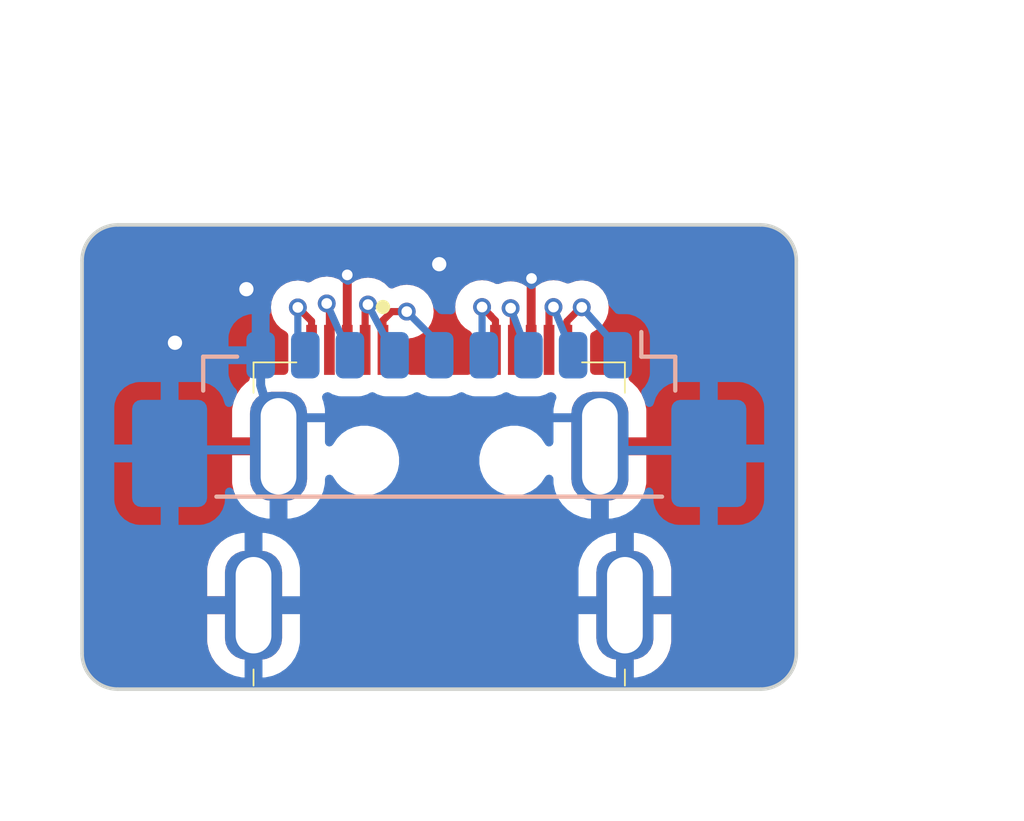
<source format=kicad_pcb>
(kicad_pcb (version 20240108) (generator "pcbnew") (generator_version "8.0")
  (layers (0 "F.Cu" signal) (31 "B.Cu" signal) (34 "B.Paste" user) (35 "F.Paste" user) (36 "B.SilkS" user "B.Silkscreen") (37 "F.SilkS" user "F.Silkscreen") (38 "B.Mask" user) (39 "F.Mask" user) (44 "Edge.Cuts" user))
  (net 0 "")
  (net 1 "GND")
  (net 2 "/DB-")
  (net 3 "/DB+")
  (net 4 "/DD-")
  (net 5 "/DC-")
  (net 6 "/DA+")
  (net 7 "/DC+")
  (net 8 "/DD+")
  (net 9 "/DA-")
  (footprint "0web_footprints:Connector_Harting_09452812561_ix_Industrial_Ethernet" (layer "F.Cu") (at 60 70)
    (property "Reference" "J1" (hide yes))
    (property "Value" "ix Industrial Ethernet Socket" (hide yes))
    (fp_line (start -5.2 -9.15) (end -4 -9.15) (stroke (width 0.05)) (layer "F.SilkS"))
    (fp_line (start -5.2 -8.3) (end -5.2 -9.15) (stroke (width 0.05)) (layer "F.SilkS"))
    (fp_line (start -5.2 -0.55) (end -5.2 -0.1) (stroke (width 0.05)) (layer "F.SilkS"))
    (fp_line (start -1.675 -10.7) (end -1.675 -10.7) (stroke (width 0.2)) (layer "F.SilkS"))
    (fp_line (start -1.475 -10.7) (end -1.475 -10.7) (stroke (width 0.2)) (layer "F.SilkS"))
    (fp_line (start 4 -9.15) (end 5.2 -9.15) (stroke (width 0.05)) (layer "F.SilkS"))
    (fp_line (start 5.2 -9.15) (end 5.2 -8.3) (stroke (width 0.05)) (layer "F.SilkS"))
    (fp_line (start 5.2 -0.1) (end 5.2 -0.55) (stroke (width 0.05)) (layer "F.SilkS"))
    (fp_arc (start -1.675 -10.7) (mid -1.575 -10.8) (end -1.475 -10.7) (stroke (width 0.2)) (layer "F.SilkS"))
    (fp_arc (start -1.475 -10.7) (mid -1.575 -10.6) (end -1.675 -10.7) (stroke (width 0.2)) (layer "F.SilkS"))
    (pad "" np_thru_hole circle (at -2.1 -6.4) (size 1.45 1.45) (drill 1.45) (layers "*.Cu" "*.Mask"))
    (pad "" np_thru_hole circle (at 2.1 -6.4) (size 1.45 1.45) (drill 1.45) (layers "*.Cu" "*.Mask"))
    (pad "1" smd rect (at -1.575 -9.5) (size 0.3 1.4) (layers "F.Cu" "F.Paste" "F.Mask") (net 6 "/DA+"))
    (pad "2" smd rect (at -2.075 -9.5) (size 0.3 1.4) (layers "F.Cu" "F.Paste" "F.Mask") (net 9 "/DA-"))
    (pad "3" smd rect (at -2.575 -9.5) (size 0.3 1.4) (layers "F.Cu" "F.Paste" "F.Mask") (net 1 "GND"))
    (pad "4" smd rect (at -3.075 -9.5) (size 0.3 1.4) (layers "F.Cu" "F.Paste" "F.Mask") (net 7 "/DC+"))
    (pad "5" smd rect (at -3.575 -9.5) (size 0.3 1.4) (layers "F.Cu" "F.Paste" "F.Mask") (net 5 "/DC-"))
    (pad "6" smd rect (at 1.575 -9.5) (size 0.3 1.4) (layers "F.Cu" "F.Paste" "F.Mask") (net 3 "/DB+"))
    (pad "7" smd rect (at 2.075 -9.5) (size 0.3 1.4) (layers "F.Cu" "F.Paste" "F.Mask") (net 2 "/DB-"))
    (pad "8" smd rect (at 2.575 -9.5) (size 0.3 1.4) (layers "F.Cu" "F.Paste" "F.Mask") (net 1 "GND"))
    (pad "9" smd rect (at 3.075 -9.5) (size 0.3 1.4) (layers "F.Cu" "F.Paste" "F.Mask") (net 8 "/DD+"))
    (pad "10" smd rect (at 3.575 -9.5) (size 0.3 1.4) (layers "F.Cu" "F.Paste" "F.Mask") (net 4 "/DD-"))
    (pad "11" thru_hole roundrect (at -5.2 -2.35) (size 1.6 3.05) (drill oval 1 2.7) (layers "*.Cu" "*.Mask") (roundrect_rratio 0.375) (net 1 "GND"))
    (pad "11" thru_hole roundrect (at -4.5 -6.8) (size 1.6 3.05) (drill oval 1 2.7) (layers "*.Cu" "*.Mask") (roundrect_rratio 0.375) (net 1 "GND"))
    (pad "11" thru_hole roundrect (at 4.5 -6.8) (size 1.6 3.05) (drill oval 1 2.7) (layers "*.Cu" "*.Mask") (roundrect_rratio 0.375) (net 1 "GND"))
    (pad "11" thru_hole roundrect (at 5.2 -2.35) (size 1.6 3.05) (drill oval 1 2.7) (layers "*.Cu" "*.Mask") (roundrect_rratio 0.375) (net 1 "GND"))
    (zone (net 0) (net_name "") (layers "F.Cu" "Dwgs.User") (connect_pads (clearance 0)) (min_thickness 0.25)
      (keepout (tracks not_allowed) (vias not_allowed) (pads allowed) (copperpour not_allowed) (footprints allowed))
      (fill (thermal_gap 0.5) (thermal_bridge_width 0.5))
      (polygon (pts (xy 65.3 63.9) (xy 63.8 63.9) (xy 63.8 62.4) (xy 65.3 62.4) (xy 65.3 61.2) (xy 54.7 61.2) (xy 54.7 62.3) (xy 56.1 62.3) (xy 56.1 64.1) (xy 54.7 64.1) (xy 54.7 64.8) (xy 54 64.8) (xy 54 66.8) (xy 55.4 66.8) (xy 55.4 68.5) (xy 54 68.5) (xy 54 70) (xy 66 70) (xy 66 68.4) (xy 64.5 68.4) (xy 64.5 66.8) (xy 66 66.8) (xy 66 64.8) (xy 65.3 64.8)))
    )
  )
  (footprint "Connector_Molex:Molex_PicoBlade_53398-0971_1x09-1MP_P1.25mm_Vertical" (layer "B.Cu") (at 60 61.9 180)
    (property "Reference" "J2" (hide yes))
    (property "Value" "Molex PicoBlade")
    (fp_line (start 6.61 1.21) (end 6.61 0.26) (stroke (width 0.12)) (layer "B.SilkS"))
    (fp_line (start 6.24 -2.71) (end -6.24 -2.71) (stroke (width 0.12)) (layer "B.SilkS"))
    (fp_line (start 5.66 1.21) (end 6.61 1.21) (stroke (width 0.12)) (layer "B.SilkS"))
    (fp_line (start -5.66 1.9) (end -5.66 1.21) (stroke (width 0.12)) (layer "B.SilkS"))
    (fp_line (start -5.66 1.21) (end -6.61 1.21) (stroke (width 0.12)) (layer "B.SilkS"))
    (fp_line (start -6.61 1.21) (end -6.61 0.26) (stroke (width 0.12)) (layer "B.SilkS"))
    (pad "1" smd roundrect (at -5 1.25 180) (size 0.8 1.3) (layers "B.Cu" "B.Paste" "B.Mask") (net 4 "/DD-"))
    (pad "2" smd roundrect (at -3.75 1.25 180) (size 0.8 1.3) (layers "B.Cu" "B.Paste" "B.Mask") (net 8 "/DD+"))
    (pad "3" smd roundrect (at -2.5 1.25 180) (size 0.8 1.3) (layers "B.Cu" "B.Paste" "B.Mask") (net 2 "/DB-"))
    (pad "4" smd roundrect (at -1.25 1.25 180) (size 0.8 1.3) (layers "B.Cu" "B.Paste" "B.Mask") (net 3 "/DB+"))
    (pad "5" smd roundrect (at 0 1.25 180) (size 0.8 1.3) (layers "B.Cu" "B.Paste" "B.Mask") (net 6 "/DA+"))
    (pad "6" smd roundrect (at 1.25 1.25 180) (size 0.8 1.3) (layers "B.Cu" "B.Paste" "B.Mask") (net 9 "/DA-"))
    (pad "7" smd roundrect (at 2.5 1.25 180) (size 0.8 1.3) (layers "B.Cu" "B.Paste" "B.Mask") (net 7 "/DC+"))
    (pad "8" smd roundrect (at 3.75 1.25 180) (size 0.8 1.3) (layers "B.Cu" "B.Paste" "B.Mask") (net 5 "/DC-"))
    (pad "9" smd roundrect (at 5 1.25 180) (size 0.8 1.3) (layers "B.Cu" "B.Paste" "B.Mask") (net 1 "GND"))
    (pad "MP" smd roundrect (at -7.55 -1.5 180) (size 2.1 3) (layers "B.Cu" "B.Paste" "B.Mask") (roundrect_rratio 0.1190480952) (net 1 "GND"))
    (pad "MP" smd roundrect (at 7.55 -1.5 180) (size 2.1 3) (layers "B.Cu" "B.Paste" "B.Mask") (roundrect_rratio 0.1190480952) (net 1 "GND"))
  )
  (gr_arc (start 50 58) (mid 50.292893 57.292893) (end 51 57) (stroke (width 0.1)) (layer "Edge.Cuts"))
  (gr_line (start 69 70) (end 51 70) (stroke (width 0.1)) (layer "Edge.Cuts"))
  (gr_line (start 51 57) (end 69 57) (stroke (width 0.1)) (layer "Edge.Cuts"))
  (gr_arc (start 51 70) (mid 50.292893 69.707107) (end 50 69) (stroke (width 0.1)) (layer "Edge.Cuts"))
  (gr_arc (start 70 69) (mid 69.707107 69.707107) (end 69 70) (stroke (width 0.1)) (layer "Edge.Cuts"))
  (gr_line (start 50 69) (end 50 58) (stroke (width 0.1)) (layer "Edge.Cuts"))
  (gr_arc (start 69 57) (mid 69.707107 57.292893) (end 70 58) (stroke (width 0.1)) (layer "Edge.Cuts"))
  (gr_line (start 70 58) (end 70 69) (stroke (width 0.1)) (layer "Edge.Cuts"))
  (segment (start 62.575 58.510106) (end 62.575 60.5) (width 0.25) (layer "F.Cu") (net 1))
  (segment (start 57.425 60.5) (end 57.45 60.475) (width 0.25) (layer "F.Cu") (net 1))
  (segment (start 57.45 60.475) (end 57.45 60.3) (width 0.25) (layer "F.Cu") (net 1))
  (segment (start 62.585106 58.5) (end 62.575 58.510106) (width 0.25) (layer "F.Cu") (net 1))
  (segment (start 57.425 58.4) (end 57.425 60.5) (width 0.25) (layer "F.Cu") (net 1))
  (via (at 62.585106 58.5) (size 0.5) (drill 0.3) (layers "F.Cu" "B.Cu") (net 1))
  (via (at 57.425 58.4) (size 0.5) (drill 0.3) (layers "F.Cu" "B.Cu") (net 1))
  (via (at 60 58.1) (size 0.8) (drill 0.4) (layers "F.Cu" "B.Cu") (net 1))
  (via (at 54.6 58.8) (size 0.8) (drill 0.4) (layers "F.Cu" "B.Cu") (net 1))
  (via (at 52.6 60.3) (size 0.8) (drill 0.4) (layers "F.Cu" "B.Cu") (net 1))
  (segment (start 54.999873 61.491052) (end 55.5 63.2) (width 0.25) (layer "B.Cu") (net 1))
  (segment (start 64.615811 63.315811) (end 64.5 63.2) (width 0.25) (layer "B.Cu") (net 1))
  (segment (start 55 60.65) (end 54.999873 61.491052) (width 0.25) (layer "B.Cu") (net 1))
  (segment (start 67.465811 63.315811) (end 64.615811 63.315811) (width 0.25) (layer "B.Cu") (net 1))
  (segment (start 55.7 62.4) (end 64.3 62.4) (width 0.25) (layer "B.Cu") (net 1))
  (segment (start 67.55 63.4) (end 67.465811 63.315811) (width 0.25) (layer "B.Cu") (net 1))
  (segment (start 55.5 63.2) (end 55.5 62.6) (width 0.25) (layer "B.Cu") (net 1))
  (segment (start 52.55 63.3) (end 52.45 63.4) (width 0.25) (layer "B.Cu") (net 1))
  (segment (start 55.4 63.3) (end 52.55 63.3) (width 0.25) (layer "B.Cu") (net 1))
  (segment (start 55.5 63.2) (end 55.4 63.3) (width 0.25) (layer "B.Cu") (net 1))
  (segment (start 64.5 63.2) (end 64.5 62.6) (width 0.25) (layer "B.Cu") (net 1))
  (segment (start 64.5 62.6) (end 64.3 62.4) (width 0.25) (layer "B.Cu") (net 1))
  (segment (start 55.5 62.6) (end 55.7 62.4) (width 0.25) (layer "B.Cu") (net 1))
  (segment (start 62.075 59.406023) (end 62.075 60.5) (width 0.2) (layer "F.Cu") (net 2))
  (segment (start 62 59.331023) (end 62.075 59.406023) (width 0.2) (layer "F.Cu") (net 2))
  (via (at 62 59.331023) (size 0.5) (drill 0.3) (layers "F.Cu" "B.Cu") (net 2))
  (segment (start 62 59.331023) (end 62.5 60.65) (width 0.2) (layer "B.Cu") (net 2))
  (segment (start 61.45 59.558841) (end 61.575 59.683841) (width 0.2) (layer "F.Cu") (net 3))
  (segment (start 61.2 59.3) (end 61.45 59.55) (width 0.2) (layer "F.Cu") (net 3))
  (segment (start 61.575 59.683841) (end 61.575 60.5) (width 0.2) (layer "F.Cu") (net 3))
  (segment (start 61.45 59.55) (end 61.45 59.558841) (width 0.2) (layer "F.Cu") (net 3))
  (via (at 61.2 59.3) (size 0.5) (drill 0.3) (layers "F.Cu" "B.Cu") (net 3))
  (segment (start 61.2 59.3) (end 61.2 60.5) (width 0.2) (layer "B.Cu") (net 3))
  (segment (start 61.2 60.5) (end 61.25 60.55) (width 0.2) (layer "B.Cu") (net 3))
  (segment (start 61.25 60.55) (end 61.25 60.65) (width 0.2) (layer "B.Cu") (net 3))
  (segment (start 63.969739 59.308079) (end 63.575 59.702818) (width 0.2) (layer "F.Cu") (net 4))
  (segment (start 63.575 59.702818) (end 63.575 60.5) (width 0.2) (layer "F.Cu") (net 4))
  (segment (start 63.991921 59.308079) (end 63.969739 59.308079) (width 0.2) (layer "F.Cu") (net 4))
  (via (at 63.991921 59.308079) (size 0.5) (drill 0.3) (layers "F.Cu" "B.Cu") (net 4))
  (segment (start 64.896738 60.322387) (end 65 60.65) (width 0.2) (layer "B.Cu") (net 4))
  (segment (start 63.991921 59.308079) (end 64.896738 60.322387) (width 0.2) (layer "B.Cu") (net 4))
  (segment (start 56.425 59.695177) (end 56.425 60.5) (width 0.2) (layer "F.Cu") (net 5))
  (segment (start 56.04092 59.311097) (end 56.425 59.695177) (width 0.2) (layer "F.Cu") (net 5))
  (via (at 56.04092 59.311097) (size 0.5) (drill 0.3) (layers "F.Cu" "B.Cu") (net 5))
  (segment (start 56.04092 60.44092) (end 56.25 60.65) (width 0.2) (layer "B.Cu") (net 5))
  (segment (start 56.04092 59.311097) (end 56.04092 60.44092) (width 0.2) (layer "B.Cu") (net 5))
  (segment (start 58.425 59.675) (end 58.425 60.5) (width 0.2) (layer "F.Cu") (net 6))
  (segment (start 58.671817 59.428183) (end 58.425 59.675) (width 0.2) (layer "F.Cu") (net 6))
  (segment (start 59.091015 59.428183) (end 58.671817 59.428183) (width 0.2) (layer "F.Cu") (net 6))
  (via (at 59.091015 59.428183) (size 0.5) (drill 0.3) (layers "F.Cu" "B.Cu") (net 6))
  (segment (start 60 60.337168) (end 60 60.65) (width 0.2) (layer "B.Cu") (net 6))
  (segment (start 59.091015 59.428183) (end 60 60.337168) (width 0.2) (layer "B.Cu") (net 6))
  (segment (start 56.925 59.275) (end 56.925 60.5) (width 0.2) (layer "F.Cu") (net 7))
  (segment (start 56.85 59.2) (end 56.925 59.275) (width 0.2) (layer "F.Cu") (net 7))
  (via (at 56.85 59.2) (size 0.5) (drill 0.3) (layers "F.Cu" "B.Cu") (net 7))
  (segment (start 56.85 59.2) (end 57.5 60.65) (width 0.2) (layer "B.Cu") (net 7))
  (segment (start 63.2 59.3) (end 63.075 59.425) (width 0.2) (layer "F.Cu") (net 8))
  (segment (start 63.075 59.425) (end 63.075 60.5) (width 0.2) (layer "F.Cu") (net 8))
  (via (at 63.2 59.3) (size 0.5) (drill 0.3) (layers "F.Cu" "B.Cu") (net 8))
  (segment (start 63.2 59.3) (end 63.75 60.65) (width 0.2) (layer "B.Cu") (net 8))
  (segment (start 58.004304 59.230719) (end 57.925 59.310023) (width 0.2) (layer "F.Cu") (net 9))
  (segment (start 57.925 59.310023) (end 57.925 60.5) (width 0.2) (layer "F.Cu") (net 9))
  (via (at 58.004304 59.230719) (size 0.5) (drill 0.3) (layers "F.Cu" "B.Cu") (net 9))
  (segment (start 58.004304 59.230719) (end 58.75 60.65) (width 0.2) (layer "B.Cu") (net 9))
  (zone (net 1) (net_name "GND") (layers "F&B.Cu") (connect_pads (clearance 0.5)) (min_thickness 0.25) (fill yes (thermal_gap 0.5) (thermal_bridge_width 0.5))
    (polygon (pts (xy 49.2 55.7) (xy 71.1 55.7) (xy 72.2 73.1) (xy 47.7 71.8)))
  )
)
</source>
